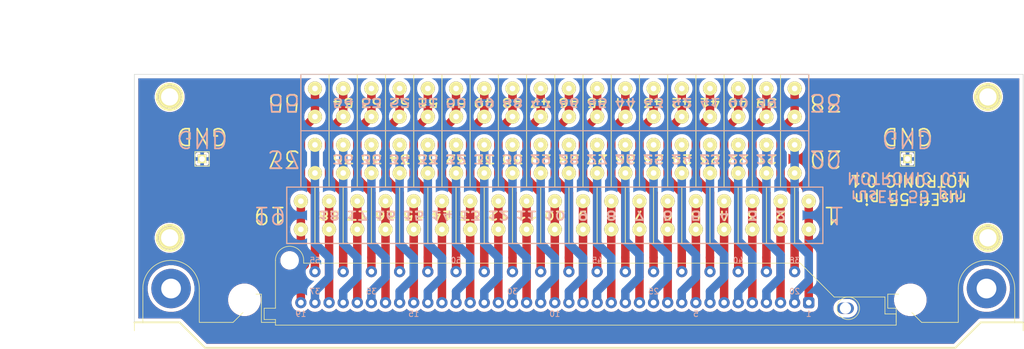
<source format=kicad_pcb>
(kicad_pcb (version 20221018) (generator pcbnew)
  (layers (0 "F.Cu" signal) (31 "B.Cu" signal) (34 "B.Paste" user) (35 "F.Paste" user) (36 "B.SilkS" user "B.Silkscreen") (37 "F.SilkS" user "F.Silkscreen") (38 "B.Mask" user) (39 "F.Mask" user) (44 "Edge.Cuts" user))
  (net 0 "")
  (net 1 "GND")
  (net 2 "N-000001")
  (net 3 "N-0000010")
  (net 4 "N-0000011")
  (net 5 "N-0000012")
  (net 6 "N-0000013")
  (net 7 "N-0000014")
  (net 8 "N-0000015")
  (net 9 "N-0000016")
  (net 10 "N-0000017")
  (net 11 "N-0000018")
  (net 12 "N-0000019")
  (net 13 "N-000002")
  (net 14 "N-0000020")
  (net 15 "N-0000021")
  (net 16 "N-0000022")
  (net 17 "N-0000023")
  (net 18 "N-0000024")
  (net 19 "N-0000025")
  (net 20 "N-0000026")
  (net 21 "N-0000027")
  (net 22 "N-0000028")
  (net 23 "N-0000029")
  (net 24 "N-000003")
  (net 25 "N-0000030")
  (net 26 "N-0000031")
  (net 27 "N-0000032")
  (net 28 "N-0000033")
  (net 29 "N-0000034")
  (net 30 "N-0000035")
  (net 31 "N-0000036")
  (net 32 "N-0000037")
  (net 33 "N-0000038")
  (net 34 "N-0000039")
  (net 35 "N-000004")
  (net 36 "N-0000040")
  (net 37 "N-0000041")
  (net 38 "N-0000042")
  (net 39 "N-0000043")
  (net 40 "N-0000044")
  (net 41 "N-0000046")
  (net 42 "N-0000047")
  (net 43 "N-0000048")
  (net 44 "N-0000049")
  (net 45 "N-000005")
  (net 46 "N-0000050")
  (net 47 "N-0000051")
  (net 48 "N-0000052")
  (net 49 "N-0000053")
  (net 50 "N-0000054")
  (net 51 "N-0000055")
  (net 52 "N-0000056")
  (net 53 "N-000006")
  (net 54 "N-000007")
  (net 55 "N-000008")
  (net 56 "N-000009")
  (footprint "CON18X5" (layer "F.Cu") (at 220 135 180)
    (fp_text reference "P3" hide)
    (fp_text value "CONN_18" hide)
  )
  (footprint "CON18X5" (layer "F.Cu") (at 220 125 180)
    (fp_text reference "P4" hide)
    (fp_text value "CONN_18" hide)
  )
  (footprint "rusEFI_Modules:55pin_china_bosch_motronic" (layer "F.Cu") (at 220 168.5 180)
    (fp_text reference "P1" hide)
    (fp_text value "MOTRONIC" hide)
  )
  (footprint "1pin" (layer "F.Cu") (at 151.75 149)
    (fp_text reference "1PIN" hide)
    (fp_text value "P***" hide)
  )
  (footprint "PIN_ARRAY_1" (layer "F.Cu") (at 157.5 135)
    (fp_text reference "P5" hide)
    (fp_text value "CONN_1" hide)
  )
  (footprint "1pin" (layer "F.Cu") (at 296.75 124)
    (fp_text reference "1PIN" hide)
    (fp_text value "P***" hide)
  )
  (footprint "1pin" (layer "F.Cu") (at 296.75 149)
    (fp_text reference "1PIN" hide)
    (fp_text value "P***" hide)
  )
  (footprint "1pin" (layer "F.Cu") (at 151.75 124)
    (fp_text reference "1PIN" hide)
    (fp_text value "P***" hide)
  )
  (footprint "CON19X5" (layer "F.Cu") (at 220 145 180)
    (fp_text reference "P2" hide)
    (fp_text value "CONN_19" hide)
  )
  (footprint "PIN_ARRAY_1" (layer "F.Cu") (at 282.5 135)
    (fp_text reference "P6" hide)
    (fp_text value "CONN_1" hide)
  )
  (gr_line (start 265 140) (end 265 130) (stroke (width 0.2)) (layer "B.SilkS"))
  (gr_line (start 175 120) (end 265 120) (stroke (width 0.2)) (layer "B.SilkS"))
  (gr_line (start 172.5 140) (end 267.5 140) (stroke (width 0.2)) (layer "B.SilkS"))
  (gr_line (start 265 120) (end 265 130) (stroke (width 0.2)) (layer "B.SilkS"))
  (gr_line (start 267.5 150) (end 172.5 150) (stroke (width 0.2)) (layer "B.SilkS"))
  (gr_line (start 267.5 140) (end 267.5 150) (stroke (width 0.2)) (layer "B.SilkS"))
  (gr_line (start 172.5 150) (end 172.5 140) (stroke (width 0.2)) (layer "B.SilkS"))
  (gr_line (start 175 130) (end 175 120) (stroke (width 0.2)) (layer "B.SilkS"))
  (gr_line (start 175 130) (end 175 140) (stroke (width 0.2)) (layer "B.SilkS"))
  (gr_line (start 265 130) (end 175 130) (stroke (width 0.2)) (layer "B.SilkS"))
  (gr_line (start 153.5 164) (end 145.5 164) (stroke (width 0.1)) (layer "Edge.Cuts"))
  (gr_line (start 295.5 164) (end 303 164) (stroke (width 0.1)) (layer "Edge.Cuts"))
  (gr_line (start 291 168.5) (end 295.5 164) (stroke (width 0.1)) (layer "Edge.Cuts"))
  (gr_line (start 158 168.5) (end 153.5 164) (stroke (width 0.1)) (layer "Edge.Cuts"))
  (gr_line (start 145.5 120) (end 303 120) (stroke (width 0.1)) (layer "Edge.Cuts"))
  (gr_line (start 158 168.5) (end 291 168.5) (stroke (width 0.1)) (layer "Edge.Cuts"))
  (gr_line (start 145.5 120) (end 145.5 164) (stroke (width 0.1)) (layer "Edge.Cuts"))
  (gr_line (start 303 164) (end 303 120) (stroke (width 0.1)) (layer "Edge.Cuts"))
  (gr_text "20\n" (at 268 135 180) (layer "B.SilkS") (effects (font (size 3 3) (thickness 0.3)) (justify mirror)))
  (gr_text "12" (at 210 145 180) (layer "B.SilkS") (effects (font (size 1.5 2) (thickness 0.3)) (justify mirror)))
  (gr_text "8" (at 230 145 180) (layer "B.SilkS") (effects (font (size 1.5 2) (thickness 0.3)) (justify mirror)))
  (gr_text "2" (at 260 145 180) (layer "B.SilkS") (effects (font (size 1.5 2) (thickness 0.3)) (justify mirror)))
  (gr_text "8" (at 230 145 180) (layer "B.SilkS") (effects (font (size 1.5 2) (thickness 0.3)) (justify mirror)))
  (gr_text "9" (at 225 145 180) (layer "B.SilkS") (effects (font (size 1.5 2) (thickness 0.3)) (justify mirror)))
  (gr_text "4" (at 250 145 180) (layer "B.SilkS") (effects (font (size 1.5 2) (thickness 0.3)) (justify mirror)))
  (gr_text "3" (at 255 145 180) (layer "B.SilkS") (effects (font (size 1.5 2) (thickness 0.3)) (justify mirror)))
  (gr_text "15" (at 195 145 180) (layer "B.SilkS") (effects (font (size 1.5 2) (thickness 0.3)) (justify mirror)))
  (gr_text "6" (at 240 145 180) (layer "B.SilkS") (effects (font (size 1.5 2) (thickness 0.3)) (justify mirror)))
  (gr_text "10" (at 220 145 180) (layer "B.SilkS") (effects (font (size 1.5 2) (thickness 0.3)) (justify mirror)))
  (gr_text "17" (at 185 145 180) (layer "B.SilkS") (effects (font (size 1.5 2) (thickness 0.3)) (justify mirror)))
  (gr_text "13" (at 205 145 180) (layer "B.SilkS") (effects (font (size 1.5 2) (thickness 0.3)) (justify mirror)))
  (gr_text "14" (at 200 145 180) (layer "B.SilkS") (effects (font (size 1.5 2) (thickness 0.3)) (justify mirror)))
  (gr_text "5" (at 245 145 180) (layer "B.SilkS") (effects (font (size 1.5 2) (thickness 0.3)) (justify mirror)))
  (gr_text "18" (at 180 145 180) (layer "B.SilkS") (effects (font (size 1.5 2) (thickness 0.3)) (justify mirror)))
  (gr_text "7" (at 235 145 180) (layer "B.SilkS") (effects (font (size 1.5 2) (thickness 0.3)) (justify mirror)))
  (gr_text "16" (at 190 145 180) (layer "B.SilkS") (effects (font (size 1.5 2) (thickness 0.3)) (justify mirror)))
  (gr_text "11" (at 215 145 180) (layer "B.SilkS") (effects (font (size 1.5 2) (thickness 0.3)) (justify mirror)))
  (gr_text "29" (at 217.5 135 180) (layer "B.SilkS") (effects (font (size 1.5 2) (thickness 0.3)) (justify mirror)))
  (gr_text "32" (at 202.5 135 180) (layer "B.SilkS") (effects (font (size 1.5 2) (thickness 0.3)) (justify mirror)))
  (gr_text "25" (at 237.5 135 180) (layer "B.SilkS") (effects (font (size 1.5 2) (thickness 0.3)) (justify mirror)))
  (gr_text "23" (at 247.5 135 180) (layer "B.SilkS") (effects (font (size 1.5 2) (thickness 0.3)) (justify mirror)))
  (gr_text "27" (at 227.5 135 180) (layer "B.SilkS") (effects (font (size 1.5 2) (thickness 0.3)) (justify mirror)))
  (gr_text "35" (at 187.5 135 180) (layer "B.SilkS") (effects (font (size 1.5 2) (thickness 0.3)) (justify mirror)))
  (gr_text "34" (at 192.5 135 180) (layer "B.SilkS") (effects (font (size 1.5 2) (thickness 0.3)) (justify mirror)))
  (gr_text "31" (at 207.5 135 180) (layer "B.SilkS") (effects (font (size 1.5 2) (thickness 0.3)) (justify mirror)))
  (gr_text "22" (at 252.5 135 180) (layer "B.SilkS") (effects (font (size 1.5 2) (thickness 0.3)) (justify mirror)))
  (gr_text "24" (at 242.5 135 180) (layer "B.SilkS") (effects (font (size 1.5 2) (thickness 0.3)) (justify mirror)))
  (gr_text "28" (at 222.5 135 180) (layer "B.SilkS") (effects (font (size 1.5 2) (thickness 0.3)) (justify mirror)))
  (gr_text "26" (at 232.5 135 180) (layer "B.SilkS") (effects (font (size 1.5 2) (thickness 0.3)) (justify mirror)))
  (gr_text "21" (at 257.5 135 180) (layer "B.SilkS") (effects (font (size 1.5 2) (thickness 0.3)) (justify mirror)))
  (gr_text "36" (at 182.5 135 180) (layer "B.SilkS") (effects (font (size 1.5 2) (thickness 0.3)) (justify mirror)))
  (gr_text "33" (at 197.5 135 180) (layer "B.SilkS") (effects (font (size 1.5 2) (thickness 0.3)) (justify mirror)))
  (gr_text "30" (at 212.5 135 180) (layer "B.SilkS") (effects (font (size 1.5 2) (thickness 0.3)) (justify mirror)))
  (gr_text "40" (at 252.5 125 180) (layer "B.SilkS") (effects (font (size 1.5 2) (thickness 0.3)) (justify mirror)))
  (gr_text "42" (at 242.5 125 180) (layer "B.SilkS") (effects (font (size 1.5 2) (thickness 0.3)) (justify mirror)))
  (gr_text "43" (at 237.5 125 180) (layer "B.SilkS") (effects (font (size 1.5 2) (thickness 0.3)) (justify mirror)))
  (gr_text "47" (at 217.5 125 180) (layer "B.SilkS") (effects (font (size 1.5 2) (thickness 0.3)) (justify mirror)))
  (gr_text "53" (at 187.5 125 180) (layer "B.SilkS") (effects (font (size 1.5 2) (thickness 0.3)) (justify mirror)))
  (gr_text "49" (at 207.5 125 180) (layer "B.SilkS") (effects (font (size 1.5 2) (thickness 0.3)) (justify mirror)))
  (gr_text "46" (at 222.5 125 180) (layer "B.SilkS") (effects (font (size 1.5 2) (thickness 0.3)) (justify mirror)))
  (gr_text "52" (at 192.5 125 180) (layer "B.SilkS") (effects (font (size 1.5 2) (thickness 0.3)) (justify mirror)))
  (gr_text "54" (at 182.5 125 180) (layer "B.SilkS") (effects (font (size 1.5 2) (thickness 0.3)) (justify mirror)))
  (gr_text "39" (at 257.5 125 180) (layer "B.SilkS") (effects (font (size 1.5 2) (thickness 0.3)) (justify mirror)))
  (gr_text "41" (at 247.5 125 180) (layer "B.SilkS") (effects (font (size 1.5 2) (thickness 0.3)) (justify mirror)))
  (gr_text "48" (at 212.5 125 180) (layer "B.SilkS") (effects (font (size 1.5 2) (thickness 0.3)) (justify mirror)))
  (gr_text "51" (at 197.5 125 180) (layer "B.SilkS") (effects (font (size 1.5 2) (thickness 0.3)) (justify mirror)))
  (gr_text "50" (at 202.5 125 180) (layer "B.SilkS") (effects (font (size 1.5 2) (thickness 0.3)) (justify mirror)))
  (gr_text "44" (at 232.5 125 180) (layer "B.SilkS") (effects (font (size 1.5 2) (thickness 0.3)) (justify mirror)))
  (gr_text "45" (at 227.5 125 180) (layer "B.SilkS") (effects (font (size 1.5 2) (thickness 0.3)) (justify mirror)))
  (gr_text "38\n" (at 268 125 180) (layer "B.SilkS") (effects (font (size 3 3) (thickness 0.3)) (justify mirror)))
  (gr_text "1" (at 270 145 180) (layer "B.SilkS") (effects (font (size 3 3) (thickness 0.3)) (justify mirror)))
  (gr_text "GND" (at 282.5 131.5 180) (layer "B.SilkS") (effects (font (size 3 3) (thickness 0.3)) (justify mirror)))
  (gr_text "GND" (at 157.5 131.5 180) (layer "B.SilkS") (effects (font (size 3 3) (thickness 0.3)) (justify mirror)))
  (gr_text "rusEfi 55 pin\nMOTRONIC 0.1" (at 282.448 140 180) (layer "B.SilkS") (effects (font (size 2 2) (thickness 0.3)) (justify mirror)))
  (gr_text "19\n" (at 169.5 145 180) (layer "B.SilkS") (effects (font (size 3 3) (thickness 0.3)) (justify mirror)))
  (gr_text "37" (at 172 135 180) (layer "B.SilkS") (effects (font (size 3 3) (thickness 0.3)) (justify mirror)))
  (gr_text "55" (at 172 125 180) (layer "B.SilkS") (effects (font (size 3 3) (thickness 0.3)) (justify mirror)))
  (gr_text "8" (at 230 145 180) (layer "F.SilkS") (effects (font (size 1.5 2) (thickness 0.3))))
  (gr_text "2" (at 260 145 180) (layer "F.SilkS") (effects (font (size 1.5 2) (thickness 0.3))))
  (gr_text "3" (at 255 145 180) (layer "F.SilkS") (effects (font (size 1.5 2) (thickness 0.3))))
  (gr_text "4" (at 250 145 180) (layer "F.SilkS") (effects (font (size 1.5 2) (thickness 0.3))))
  (gr_text "5" (at 245 145 180) (layer "F.SilkS") (effects (font (size 1.5 2) (thickness 0.3))))
  (gr_text "6" (at 240 145 180) (layer "F.SilkS") (effects (font (size 1.5 2) (thickness 0.3))))
  (gr_text "7" (at 235 145 180) (layer "F.SilkS") (effects (font (size 1.5 2) (thickness 0.3))))
  (gr_text "8" (at 230 145 180) (layer "F.SilkS") (effects (font (size 1.5 2) (thickness 0.3))))
  (gr_text "9" (at 225 145 180) (layer "F.SilkS") (effects (font (size 1.5 2) (thickness 0.3))))
  (gr_text "10" (at 220 145 180) (layer "F.SilkS") (effects (font (size 1.5 2) (thickness 0.3))))
  (gr_text "11" (at 215 145 180) (layer "F.SilkS") (effects (font (size 1.5 2) (thickness 0.3))))
  (gr_text "12" (at 210 145 180) (layer "F.SilkS") (effects (font (size 1.5 2) (thickness 0.3))))
  (gr_text "13" (at 205 145 180) (layer "F.SilkS") (effects (font (size 1.5 2) (thickness 0.3))))
  (gr_text "14" (at 200 145 180) (layer "F.SilkS") (effects (font (size 1.5 2) (thickness 0.3))))
  (gr_text "15" (at 195 145 180) (layer "F.SilkS") (effects (font (size 1.5 2) (thickness 0.3))))
  (gr_text "16" (at 190 145 180) (layer "F.SilkS") (effects (font (size 1.5 2) (thickness 0.3))))
  (gr_text "17" (at 185 145 180) (layer "F.SilkS") (effects (font (size 1.5 2) (thickness 0.3))))
  (gr_text "18" (at 180 145 180) (layer "F.SilkS") (effects (font (size 1.5 2) (thickness 0.3))))
  (gr_text "21" (at 257.5 135 180) (layer "F.SilkS") (effects (font (size 1.5 2) (thickness 0.3))))
  (gr_text "22" (at 252.5 135 180) (layer "F.SilkS") (effects (font (size 1.5 2) (thickness 0.3))))
  (gr_text "23" (at 247.5 135 180) (layer "F.SilkS") (effects (font (size 1.5 2) (thickness 0.3))))
  (gr_text "24" (at 242.5 135 180) (layer "F.SilkS") (effects (font (size 1.5 2) (thickness 0.3))))
  (gr_text "25" (at 237.5 135 180) (layer "F.SilkS") (effects (font (size 1.5 2) (thickness 0.3))))
  (gr_text "26" (at 232.5 135 180) (layer "F.SilkS") (effects (font (size 1.5 2) (thickness 0.3))))
  (gr_text "27" (at 227.5 135 180) (layer "F.SilkS") (effects (font (size 1.5 2) (thickness 0.3))))
  (gr_text "28" (at 222.5 135 180) (layer "F.SilkS") (effects (font (size 1.5 2) (thickness 0.3))))
  (gr_text "29" (at 217.5 135 180) (layer "F.SilkS") (effects (font (size 1.5 2) (thickness 0.3))))
  (gr_text "30" (at 212.5 135 180) (layer "F.SilkS") (effects (font (size 1.5 2) (thickness 0.3))))
  (gr_text "31" (at 207.5 135 180) (layer "F.SilkS") (effects (font (size 1.5 2) (thickness 0.3))))
  (gr_text "32" (at 202.5 135 180) (layer "F.SilkS") (effects (font (size 1.5 2) (thickness 0.3))))
  (gr_text "33" (at 197.5 135 180) (layer "F.SilkS") (effects (font (size 1.5 2) (thickness 0.3))))
  (gr_text "34" (at 192.5 135 180) (layer "F.SilkS") (effects (font (size 1.5 2) (thickness 0.3))))
  (gr_text "35" (at 187.5 135 180) (layer "F.SilkS") (effects (font (size 1.5 2) (thickness 0.3))))
  (gr_text "36" (at 182.5 135 180) (layer "F.SilkS") (effects (font (size 1.5 2) (thickness 0.3))))
  (gr_text "39" (at 257.5 125 180) (layer "F.SilkS") (effects (font (size 1.5 2) (thickness 0.3))))
  (gr_text "40" (at 252.5 125 180) (layer "F.SilkS") (effects (font (size 1.5 2) (thickness 0.3))))
  (gr_text "41" (at 247.5 125 180) (layer "F.SilkS") (effects (font (size 1.5 2) (thickness 0.3))))
  (gr_text "42" (at 242.5 125 180) (layer "F.SilkS") (effects (font (size 1.5 2) (thickness 0.3))))
  (gr_text "43" (at 237.5 125 180) (layer "F.SilkS") (effects (font (size 1.5 2) (thickness 0.3))))
  (gr_text "44" (at 232.5 125 180) (layer "F.SilkS") (effects (font (size 1.5 2) (thickness 0.3))))
  (gr_text "45" (at 227.5 125 180) (layer "F.SilkS") (effects (font (size 1.5 2) (thickness 0.3))))
  (gr_text "46" (at 222.5 125 180) (layer "F.SilkS") (effects (font (size 1.5 2) (thickness 0.3))))
  (gr_text "47" (at 217.5 125 180) (layer "F.SilkS") (effects (font (size 1.5 2) (thickness 0.3))))
  (gr_text "48" (at 212.5 125 180) (layer "F.SilkS") (effects (font (size 1.5 2) (thickness 0.3))))
  (gr_text "49" (at 207.5 125 180) (layer "F.SilkS") (effects (font (size 1.5 2) (thickness 0.3))))
  (gr_text "50" (at 202.5 125 180) (layer "F.SilkS") (effects (font (size 1.5 2) (thickness 0.3))))
  (gr_text "51" (at 197.5 125 180) (layer "F.SilkS") (effects (font (size 1.5 2) (thickness 0.3))))
  (gr_text "52" (at 192.5 125 180) (layer "F.SilkS") (effects (font (size 1.5 2) (thickness 0.3))))
  (gr_text "53" (at 187.5 125 180) (layer "F.SilkS") (effects (font (size 1.5 2) (thickness 0.3))))
  (gr_text "54" (at 182.5 125 180) (layer "F.SilkS") (effects (font (size 1.5 2) (thickness 0.3))))
  (gr_text "38\n" (at 268 125 180) (layer "F.SilkS") (effects (font (size 3 3) (thickness 0.3))))
  (gr_text "1" (at 269 145 180) (layer "F.SilkS") (effects (font (size 3 3) (thickness 0.3))))
  (gr_text "13" (at 205 145 180) (layer "F.SilkS") (effects (font (size 1.5 2) (thickness 0.3))))
  (gr_text "rusEfi 55 pin\nMOTRONIC 0.1" (at 283 140.5 180) (layer "F.SilkS") (effects (font (size 2 2) (thickness 0.3))))
  (gr_text "10" (at 220 145 180) (layer "F.SilkS") (effects (font (size 1.5 2) (thickness 0.3))))
  (gr_text "GND" (at 282.5 131 180) (layer "F.SilkS") (effects (font (size 3 3) (thickness 0.3))))
  (gr_text "5" (at 245 145 180) (layer "F.SilkS") (effects (font (size 1.5 2) (thickness 0.3))))
  (gr_text "6" (at 240 145 180) (layer "F.SilkS") (effects (font (size 1.5 2) (thickness 0.3))))
  (gr_text "4" (at 250 145 180) (layer "F.SilkS") (effects (font (size 1.5 2) (thickness 0.3))))
  (gr_text "8" (at 230 145 180) (layer "F.SilkS") (effects (font (size 1.5 2) (thickness 0.3))))
  (gr_text "16" (at 190 145 180) (layer "F.SilkS") (effects (font (size 1.5 2) (thickness 0.3))))
  (gr_text "20\n" (at 268 135 180) (layer "F.SilkS") (effects (font (size 3 3) (thickness 0.3))))
  (gr_text "19\n" (at 169.5 145 180) (layer "F.SilkS") (effects (font (size 3 3) (thickness 0.3))))
  (gr_text "11" (at 215 145 180) (layer "F.SilkS") (effects (font (size 1.5 2) (thickness 0.3))))
  (gr_text "7" (at 235 145 180) (layer "F.SilkS") (effects (font (size 1.5 2) (thickness 0.3))))
  (gr_text "3" (at 255 145 180) (layer "F.SilkS") (effects (font (size 1.5 2) (thickness 0.3))))
  (gr_text "17" (at 185 145 180) (layer "F.SilkS") (effects (font (size 1.5 2) (thickness 0.3))))
  (gr_text "12" (at 210 145 180) (layer "F.SilkS") (effects (font (size 1.5 2) (thickness 0.3))))
  (gr_text "55" (at 172 125 180) (layer "F.SilkS") (effects (font (size 3 3) (thickness 0.3))))
  (gr_text "9" (at 225 145 180) (layer "F.SilkS") (effects (font (size 1.5 2) (thickness 0.3))))
  (gr_text "18" (at 180 145 180) (layer "F.SilkS") (effects (font (size 1.5 2) (thickness 0.3))))
  (gr_text "2" (at 260 145 180) (layer "F.SilkS") (effects (font (size 1.5 2) (thickness 0.3))))
  (gr_text "37" (at 172 135 180) (layer "F.SilkS") (effects (font (size 3 3) (thickness 0.3))))
  (gr_text "8" (at 230 145 180) (layer "F.SilkS") (effects (font (size 1.5 2) (thickness 0.3))))
  (gr_text "14" (at 200 145 180) (layer "F.SilkS") (effects (font (size 1.5 2) (thickness 0.3))))
  (gr_text "15" (at 195 145 180) (layer "F.SilkS") (effects (font (size 1.5 2) (thickness 0.3))))
  (gr_text "GND" (at 157.5 131 180) (layer "F.SilkS") (effects (font (size 3 3) (thickness 0.3))))
  (segment (start 215 147.5) (end 215 142.5) (width 1.5) (layer "F.Cu") (net 2))
  (segment (start 215 160) (end 215 147.5) (width 1.5) (layer "F.Cu") (net 2))
  (segment (start 225 147.5) (end 225 142.5) (width 1.5) (layer "F.Cu") (net 3))
  (segment (start 225 160) (end 225 147.5) (width 1.5) (layer "F.Cu") (net 3))
  (segment (start 220 147.5) (end 220 142.5) (width 1.5) (layer "F.Cu") (net 4))
  (segment (start 220 160) (end 220 147.5) (width 1.5) (layer "F.Cu") (net 4))
  (segment (start 177.5 141) (end 175 138.5) (width 1.5) (layer "F.Cu") (net 5))
  (segment (start 175 138.5) (end 175 130) (width 1.5) (layer "F.Cu") (net 5))
  (segment (start 175 130) (end 177.5 127.5) (width 1.5) (layer "F.Cu") (net 5))
  (segment (start 177.5 127.5) (end 177.5 122.5) (width 1.5) (layer "F.Cu") (net 5))
  (segment (start 177.5 152.5) (end 177.5 155) (width 1.5) (layer "F.Cu") (net 5))
  (segment (start 177.5 152.5) (end 177.5 141) (width 1.5) (layer "F.Cu") (net 5))
  (segment (start 210 147.5) (end 210 142.5) (width 1.5) (layer "F.Cu") (net 6))
  (segment (start 210 160) (end 210 147.5) (width 1.5) (layer "F.Cu") (net 6))
  (segment (start 205 147.5) (end 205 142.5) (width 1.5) (layer "F.Cu") (net 7))
  (segment (start 205 160) (end 205 147.5) (width 1.5) (layer "F.Cu") (net 7))
  (segment (start 200 147.5) (end 200 142.5) (width 1.5) (layer "F.Cu") (net 8))
  (segment (start 200 160) (end 200 147.5) (width 1.5) (layer "F.Cu") (net 8))
  (segment (start 195 147.5) (end 195 142.5) (width 1.5) (layer "F.Cu") (net 9))
  (segment (start 195 160) (end 195 147.5) (width 1.5) (layer "F.Cu") (net 9))
  (segment (start 190 147.5) (end 190 142.5) (width 1.5) (layer "F.Cu") (net 10))
  (segment (start 190 160) (end 190 147.5) (width 1.5) (layer "F.Cu") (net 10))
  (segment (start 185 147.5) (end 185 142.5) (width 1.5) (layer "F.Cu") (net 11))
  (segment (start 185 160) (end 185 147.5) (width 1.5) (layer "F.Cu") (net 11))
  (segment (start 180 147.5) (end 180 142.5) (width 1.5) (layer "F.Cu") (net 12))
  (segment (start 180 160) (end 180 147.5) (width 1.5) (layer "F.Cu") (net 12))
  (segment (start 265 147.5) (end 265 142.5) (width 1.5) (layer "F.Cu") (net 13))
  (segment (start 265 160) (end 265 147.5) (width 1.5) (layer "F.Cu") (net 13))
  (segment (start 175 147.5) (end 175 142.5) (width 1.5) (layer "F.Cu") (net 14))
  (segment (start 175 154.465998) (end 175 160.5) (width 1.5) (layer "F.Cu") (net 14))
  (segment (start 175 151.5) (end 175.69999 152.19999) (width 1.5) (layer "F.Cu") (net 14))
  (segment (start 175.69999 153.766008) (end 175 154.465998) (width 1.5) (layer "F.Cu") (net 14))
  (segment (start 175.69999 152.19999) (end 175.69999 153.766008) (width 1.5) (layer "F.Cu") (net 14))
  (segment (start 175 147.5) (end 175 151.5) (width 1.5) (layer "F.Cu") (net 14))
  (segment (start 265 152) (end 265 156.5) (width 1.5) (layer "B.Cu") (net 15))
  (segment (start 262.5 149.5) (end 265 152) (width 1.5) (layer "B.Cu") (net 15))
  (segment (start 262.5 137.5) (end 262.5 132.5) (width 1.5) (layer "B.Cu") (net 15))
  (segment (start 265 156.5) (end 262.5 159) (width 1.5) (layer "B.Cu") (net 15))
  (segment (start 262.5 137.5) (end 262.5 149.5) (width 1.5) (layer "B.Cu") (net 15))
  (segment (start 262.5 159) (end 262.5 160.5) (width 1.5) (layer "B.Cu") (net 15))
  (segment (start 257.5 137.5) (end 257.5 132.5) (width 1.5) (layer "B.Cu") (net 16))
  (segment (start 260 152) (end 260 156) (width 1.5) (layer "B.Cu") (net 16))
  (segment (start 257.5 158.5) (end 257.5 160.5) (width 1.5) (layer "B.Cu") (net 16))
  (segment (start 257.5 149.5) (end 260 152) (width 1.5) (layer "B.Cu") (net 16))
  (segment (start 260 156) (end 257.5 158.5) (width 1.5) (layer "B.Cu") (net 16))
  (segment (start 257.5 137.5) (end 257.5 149.5) (width 1.5) (layer "B.Cu") (net 16))
  (segment (start 232.5 141) (end 230 138.5) (width 1.5) (layer "F.Cu") (net 17))
  (segment (start 230 138.5) (end 230 130) (width 1.5) (layer "F.Cu") (net 17))
  (segment (start 230 130) (end 232.5 127.5) (width 1.5) (layer "F.Cu") (net 17))
  (segment (start 232.5 152.5) (end 232.5 141) (width 1.5) (layer "F.Cu") (net 17))
  (segment (start 232.5 152.5) (end 232.5 155) (width 1.5) (layer "F.Cu") (net 17))
  (segment (start 232.5 122.5) (end 232.5 127.5) (width 1.5) (layer "F.Cu") (net 17))
  (segment (start 195 156) (end 192.5 158.5) (width 1.5) (layer "B.Cu") (net 18))
  (segment (start 192.5 150) (end 195 152.5) (width 1.5) (layer "B.Cu") (net 18))
  (segment (start 192.5 158.5) (end 192.5 160.5) (width 1.5) (layer "B.Cu") (net 18))
  (segment (start 195 152.5) (end 195 156) (width 1.5) (layer "B.Cu") (net 18))
  (segment (start 192.5 137.5) (end 192.5 132.5) (width 1.5) (layer "B.Cu") (net 18))
  (segment (start 192.5 137.5) (end 192.5 150) (width 1.5) (layer "B.Cu") (net 18))
  (segment (start 187.5 137.5) (end 187.5 150) (width 1.5) (layer "B.Cu") (net 19))
  (segment (start 187.5 158.5) (end 187.5 160.5) (width 1.5) (layer "B.Cu") (net 19))
  (segment (start 187.5 137.5) (end 187.5 132.5) (width 1.5) (layer "B.Cu") (net 19))
  (segment (start 190 152.5) (end 190 156) (width 1.5) (layer "B.Cu") (net 19))
  (segment (start 187.5 150) (end 190 152.5) (width 1.5) (layer "B.Cu") (net 19))
  (segment (start 190 156) (end 187.5 158.5) (width 1.5) (layer "B.Cu") (net 19))
  (segment (start 185 152.5) (end 185 156) (width 1.5) (layer "B.Cu") (net 20))
  (segment (start 182.5 158.5) (end 182.5 160.5) (width 1.5) (layer "B.Cu") (net 20))
  (segment (start 182.5 150) (end 185 152.5) (width 1.5) (layer "B.Cu") (net 20))
  (segment (start 185 156) (end 182.5 158.5) (width 1.5) (layer "B.Cu") (net 20))
  (segment (start 182.5 137.5) (end 182.5 150) (width 1.5) (layer "B.Cu") (net 20))
  (segment (start 182.5 137.5) (end 182.5 132.5) (width 1.5) (layer "B.Cu") (net 20))
  (segment (start 177.5 137.5) (end 177.5 132.5) (width 1.5) (layer "B.Cu") (net 21))
  (segment (start 177.5 137.5) (end 177.5 150) (width 1.5) (layer "B.Cu") (net 21))
  (segment (start 180 156) (end 177.5 158.5) (width 1.5) (layer "B.Cu") (net 21))
  (segment (start 177.5 158.5) (end 177.5 160.5) (width 1.5) (layer "B.Cu") (net 21))
  (segment (start 180 152.5) (end 180 156) (width 1.5) (layer "B.Cu") (net 21))
  (segment (start 177.5 150) (end 180 152.5) (width 1.5) (layer "B.Cu") (net 21))
  (segment (start 260 138.5) (end 262.5 141) (width 1.5) (layer "F.Cu") (net 22))
  (segment (start 260 130) (end 260 138.5) (width 1.5) (layer "F.Cu") (net 22))
  (segment (start 262.5 152.5) (end 262.5 155) (width 1.5) (layer "F.Cu") (net 22))
  (segment (start 262.5 122.5) (end 262.5 127.5) (width 1.5) (layer "F.Cu") (net 22))
  (segment (start 262.5 141) (end 262.5 152.5) (width 1.5) (layer "F.Cu") (net 22))
  (segment (start 262.5 127.5) (end 260 130) (width 1.5) (layer "F.Cu") (net 22))
  (segment (start 257.5 141) (end 255 138.5) (width 1.5) (layer "F.Cu") (net 23))
  (segment (start 255 138.5) (end 255 130) (width 1.5) (layer "F.Cu") (net 23))
  (segment (start 255 130) (end 257.5 127.5) (width 1.5) (layer "F.Cu") (net 23))
  (segment (start 257.5 127.5) (end 257.5 122.5) (width 1.5) (layer "F.Cu") (net 23))
  (segment (start 257.5 152.5) (end 257.5 141) (width 1.5) (layer "F.Cu") (net 23))
  (segment (start 257.5 152.5) (end 257.5 155) (width 1.5) (layer "F.Cu") (net 23))
  (segment (start 260 147.5) (end 260 142.5) (width 1.5) (layer "F.Cu") (net 24))
  (segment (start 260 160) (end 260 147.5) (width 1.5) (layer "F.Cu") (net 24))
  (segment (start 252.5 141) (end 250 138.5) (width 1.5) (layer "F.Cu") (net 25))
  (segment (start 250 138.5) (end 250 130) (width 1.5) (layer "F.Cu") (net 25))
  (segment (start 250 130) (end 252.5 127.5) (width 1.5) (layer "F.Cu") (net 25))
  (segment (start 252.5 127.5) (end 252.5 122.5) (width 1.5) (layer "F.Cu") (net 25))
  (segment (start 252.5 152.5) (end 252.5 155) (width 1.5) (layer "F.Cu") (net 25))
  (segment (start 252.5 152.5) (end 252.5 141) (width 1.5) (layer "F.Cu") (net 25))
  (segment (start 247.5 127.5) (end 247.5 122.5) (width 1.5) (layer "F.Cu") (net 26))
  (segment (start 247.5 152.5) (end 247.5 155) (width 1.5) (layer "F.Cu") (net 26))
  (segment (start 245 138.5) (end 247.5 141) (width 1.5) (layer "F.Cu") (net 26))
  (segment (start 247.5 127.5) (end 245 130) (width 1.5) (layer "F.Cu") (net 26))
  (segment (start 245 130) (end 245 138.5) (width 1.5) (layer "F.Cu") (net 26))
  (segment (start 247.5 141) (end 247.5 152.5) (width 1.5) (layer "F.Cu") (net 26))
  (segment (start 242.5 141) (end 240 138.5) (width 1.5) (layer "F.Cu") (net 27))
  (segment (start 240 138.5) (end 240 130) (width 1.5) (layer "F.Cu") (net 27))
  (segment (start 240 130) (end 242.5 127.5) (width 1.5) (layer "F.Cu") (net 27))
  (segment (start 242.5 127.5) (end 242.5 122.5) (width 1.5) (layer "F.Cu") (net 27))
  (segment (start 242.5 152.5) (end 242.5 155) (width 1.5) (layer "F.Cu") (net 27))
  (segment (start 242.5 152.5) (end 242.5 141) (width 1.5) (layer "F.Cu") (net 27))
  (segment (start 237.5 141) (end 235 138.5) (width 1.5) (layer "F.Cu") (net 28))
  (segment (start 235 138.5) (end 235 130) (width 1.5) (layer "F.Cu") (net 28))
  (segment (start 235 130) (end 237.5 127.5) (width 1.5) (layer "F.Cu") (net 28))
  (segment (start 237.5 127.5) (end 237.5 122.5) (width 1.5) (layer "F.Cu") (net 28))
  (segment (start 237.5 152.5) (end 237.5 141) (width 1.5) (layer "F.Cu") (net 28))
  (segment (start 237.5 152.5) (end 237.5 155) (width 1.5) (layer "F.Cu") (net 28))
  (segment (start 252.5 158.5) (end 252.5 160.5) (width 1.5) (layer "B.Cu") (net 29))
  (segment (start 255 156) (end 252.5 158.5) (width 1.5) (layer "B.Cu") (net 29))
  (segment (start 252.5 137.5) (end 252.5 149.5) (width 1.5) (layer "B.Cu") (net 29))
  (segment (start 255 152) (end 255 156) (width 1.5) (layer "B.Cu") (net 29))
  (segment (start 252.5 149.5) (end 255 152) (width 1.5) (layer "B.Cu") (net 29))
  (segment (start 252.5 137.5) (end 252.5 132.5) (width 1.5) (layer "B.Cu") (net 29))
  (segment (start 227.5 141) (end 225 138.5) (width 1.5) (layer "F.Cu") (net 30))
  (segment (start 225 138.5) (end 225 130) (width 1.5) (layer "F.Cu") (net 30))
  (segment (start 225 130) (end 227.5 127.5) (width 1.5) (layer "F.Cu") (net 30))
  (segment (start 227.5 127.5) (end 227.5 122.5) (width 1.5) (layer "F.Cu") (net 30))
  (segment (start 227.5 152.5) (end 227.5 155) (width 1.5) (layer "F.Cu") (net 30))
  (segment (start 227.5 152.5) (end 227.5 141) (width 1.5) (layer "F.Cu") (net 30))
  (segment (start 222.5 141) (end 220 138.5) (width 1.5) (layer "F.Cu") (net 31))
  (segment (start 220 138.5) (end 220 130) (width 1.5) (layer "F.Cu") (net 31))
  (segment (start 220 130) (end 222.5 127.5) (width 1.5) (layer "F.Cu") (net 31))
  (segment (start 222.5 127.5) (end 222.5 122.5) (width 1.5) (layer "F.Cu") (net 31))
  (segment (start 222.5 152.5) (end 222.5 141) (width 1.5) (layer "F.Cu") (net 31))
  (segment (start 222.5 152.5) (end 222.5 155) (width 1.5) (layer "F.Cu") (net 31))
  (segment (start 217.5 141) (end 215 138.5) (width 1.5) (layer "F.Cu") (net 32))
  (segment (start 215 138.5) (end 215 130) (width 1.5) (layer "F.Cu") (net 32))
  (segment (start 215 130) (end 217.5 127.5) (width 1.5) (layer "F.Cu") (net 32))
  (segment (start 217.5 127.5) (end 217.5 122.5) (width 1.5) (layer "F.Cu") (net 32))
  (segment (start 217.5 152.5) (end 217.5 141) (width 1.5) (layer "F.Cu") (net 32))
  (segment (start 217.5 152.5) (end 217.5 155) (width 1.5) (layer "F.Cu") (net 32))
  (segment (start 212.5 141) (end 210 138.5) (width 1.5) (layer "F.Cu") (net 33))
  (segment (start 210 138.5) (end 210 130) (width 1.5) (layer "F.Cu") (net 33))
  (segment (start 210 130) (end 212.5 127.5) (width 1.5) (layer "F.Cu") (net 33))
  (segment (start 212.5 127.5) (end 212.5 122.5) (width 1.5) (layer "F.Cu") (net 33))
  (segment (start 212.5 152.5) (end 212.5 141) (width 1.5) (layer "F.Cu") (net 33))
  (segment (start 212.5 152.5) (end 212.5 155) (width 1.5) (layer "F.Cu") (net 33))
  (segment (start 207.5 141) (end 205 138.5) (width 1.5) (layer "F.Cu") (net 34))
  (segment (start 205 138.5) (end 205 130) (width 1.5) (layer "F.Cu") (net 34))
  (segment (start 205 130) (end 207.5 127.5) (width 1.5) (layer "F.Cu") (net 34))
  (segment (start 207.5 127.5) (end 207.5 122.5) (width 1.5) (layer "F.Cu") (net 34))
  (segment (start 207.5 152.5) (end 207.5 141) (width 1.5) (layer "F.Cu") (net 34))
  (segment (start 207.5 152.5) (end 207.5 155) (width 1.5) (layer "F.Cu") (net 34))
  (segment (start 255 147.5) (end 255 142.5) (width 1.5) (layer "F.Cu") (net 35))
  (segment (start 255 160) (end 255 147.5) (width 1.5) (layer "F.Cu") (net 35))
  (segment (start 202.5 141) (end 200 138.5) (width 1.5) (layer "F.Cu") (net 36))
  (segment (start 200 138.5) (end 200 130) (width 1.5) (layer "F.Cu") (net 36))
  (segment (start 200 130) (end 202.5 127.5) (width 1.5) (layer "F.Cu") (net 36))
  (segment (start 202.5 127.5) (end 202.5 122.5) (width 1.5) (layer "F.Cu") (net 36))
  (segment (start 202.5 152.5) (end 202.5 141) (width 1.5) (layer "F.Cu") (net 36))
  (segment (start 202.5 152.5) (end 202.5 155) (width 1.5) (layer "F.Cu") (net 36))
  (segment (start 197.5 141) (end 195 138.5) (width 1.5) (layer "F.Cu") (net 37))
  (segment (start 195 138.5) (end 195 130) (width 1.5) (layer "F.Cu") (net 37))
  (segment (start 195 130) (end 197.5 127.5) (width 1.5) (layer "F.Cu") (net 37))
  (segment (start 197.5 127.5) (end 197.5 122.5) (width 1.5) (layer "F.Cu") (net 37))
  (segment (start 197.5 152.5) (end 197.5 141) (width 1.5) (layer "F.Cu") (net 37))
  (segment (start 197.5 152.5) (end 197.5 155) (width 1.5) (layer "F.Cu") (net 37))
  (segment (start 192.5 127.5) (end 192.5 122.5) (width 1.5) (layer "F.Cu") (net 38))
  (segment (start 192.5 127.5) (end 190 130) (width 1.5) (layer "F.Cu") (net 38))
  (segment (start 192.5 153.5) (end 192.5 155) (width 1.5) (layer "F.Cu") (net 38))
  (segment (start 190 138.5) (end 192.5 141) (width 1.5) (layer "F.Cu") (net 38))
  (segment (start 192.5 141) (end 192.5 153.5) (width 1.5) (layer "F.Cu") (net 38))
  (segment (start 190 130) (end 190 138.5) (width 1.5) (layer "F.Cu") (net 38))
  (segment (start 187.5 141) (end 185 138.5) (width 1.5) (layer "F.Cu") (net 39))
  (segment (start 185 138.5) (end 185 130) (width 1.5) (layer "F.Cu") (net 39))
  (segment (start 185 130) (end 187.5 127.5) (width 1.5) (layer "F.Cu") (net 39))
  (segment (start 187.5 127.5) (end 187.5 122.5) (width 1.5) (layer "F.Cu") (net 39))
  (segment (start 187.5 152.5) (end 187.5 141) (width 1.5) (layer "F.Cu") (net 39))
  (segment (start 187.5 152.5) (end 187.5 155) (width 1.5) (layer "F.Cu") (net 39))
  (segment (start 182.5 141) (end 180 138.5) (width 1.5) (layer "F.Cu") (net 40))
  (segment (start 180 138.5) (end 180 130) (width 1.5) (layer "F.Cu") (net 40))
  (segment (start 180 130) (end 182.5 127.5) (width 1.5) (layer "F.Cu") (net 40))
  (segment (start 182.5 127.5) (end 182.5 122.5) (width 1.5) (layer "F.Cu") (net 40))
  (segment (start 182.5 152.5) (end 182.5 155) (width 1.5) (layer "F.Cu") (net 40))
  (segment (start 182.5 152.5) (end 182.5 141) (width 1.5) (layer "F.Cu") (net 40))
  (segment (start 197.5 137.5) (end 197.5 132.5) (width 1.5) (layer "B.Cu") (net 41))
  (segment (start 197.5 158.5) (end 197.5 160.5) (width 1.5) (layer "B.Cu") (net 41))
  (segment (start 197.5 137.5) (end 197.5 150) (width 1.5) (layer "B.Cu") (net 41))
  (segment (start 197.5 150) (end 200 152.5) (width 1.5) (layer "B.Cu") (net 41))
  (segment (start 200 156) (end 197.5 158.5) (width 1.5) (layer "B.Cu") (net 41))
  (segment (start 200 152.5) (end 200 156) (width 1.5) (layer "B.Cu") (net 41))
  (segment (start 250 156) (end 247.5 158.5) (width 1.5) (layer "B.Cu") (net 42))
  (segment (start 247.5 137.5) (end 247.5 149.5) (width 1.5) (layer "B.Cu") (net 42))
  (segment (start 247.5 158.5) (end 247.5 160.5) (width 1.5) (layer "B.Cu") (net 42))
  (segment (start 247.5 149.5) (end 250 152) (width 1.5) (layer "B.Cu") (net 42))
  (segment (start 247.5 137.5) (end 247.5 132.5) (width 1.5) (layer "B.Cu") (net 42))
  (segment (start 250 152) (end 250 156) (width 1.5) (layer "B.Cu") (net 42))
  (segment (start 242.5 137.5) (end 242.5 149.5) (width 1.5) (layer "B.Cu") (net 43))
  (segment (start 242.5 137.5) (end 242.5 132.5) (width 1.5) (layer "B.Cu") (net 43))
  (segment (start 245 156) (end 242.5 158.5) (width 1.5) (layer "B.Cu") (net 43))
  (segment (start 245 152) (end 245 156) (width 1.5) (layer "B.Cu") (net 43))
  (segment (start 242.5 158.5) (end 242.5 160.5) (width 1.5) (layer "B.Cu") (net 43))
  (segment (start 242.5 149.5) (end 245 152) (width 1.5) (layer "B.Cu") (net 43))
  (segment (start 240 156) (end 237.5 158.5) (width 1.5) (layer "B.Cu") (net 44))
  (segment (start 237.5 149.5) (end 240 152) (width 1.5) (layer "B.Cu") (net 44))
  (segment (start 237.5 158.5) (end 237.5 160.5) (width 1.5) (layer "B.Cu") (net 44))
  (segment (start 237.5 137.5) (end 237.5 149.5) (width 1.5) (layer "B.Cu") (net 44))
  (segment (start 240 152) (end 240 156) (width 1.5) (layer "B.Cu") (net 44))
  (segment (start 237.5 132.5) (end 237.5 137.5) (width 1.5) (layer "B.Cu") (net 44))
  (segment (start 250 147.5) (end 250 142.5) (width 1.5) (layer "F.Cu") (net 45))
  (segment (start 250 160) (end 250 147.5) (width 1.5) (layer "F.Cu") (net 45))
  (segment (start 232.5 149.5) (end 235 152) (width 1.5) (layer "B.Cu") (net 46))
  (segment (start 235 152) (end 235 156) (width 1.5) (layer "B.Cu") (net 46))
  (segment (start 235 156) (end 232.5 158.5) (width 1.5) (layer "B.Cu") (net 46))
  (segment (start 232.5 137.5) (end 232.5 132.5) (width 1.5) (layer "B.Cu") (net 46))
  (segment (start 232.5 137.5) (end 232.5 149.5) (width 1.5) (layer "B.Cu") (net 46))
  (segment (start 232.5 158.5) (end 232.5 160.5) (width 1.5) (layer "B.Cu") (net 46))
  (segment (start 230 156) (end 227.5 158.5) (width 1.5) (layer "B.Cu") (net 47))
  (segment (start 227.5 137.5) (end 227.5 150) (width 1.5) (layer "B.Cu") (net 47))
  (segment (start 227.5 158.5) (end 227.5 160.5) (width 1.5) (layer "B.Cu") (net 47))
  (segment (start 230 152.5) (end 230 156) (width 1.5) (layer "B.Cu") (net 47))
  (segment (start 227.5 150) (end 230 152.5) (width 1.5) (layer "B.Cu") (net 47))
  (segment (start 227.5 132.5) (end 227.5 137.5) (width 1.5) (layer "B.Cu") (net 47))
  (segment (start 222.5 137.5) (end 222.5 132.5) (width 1.5) (layer "B.Cu") (net 48))
  (segment (start 225 152.5) (end 225 156) (width 1.5) (layer "B.Cu") (net 48))
  (segment (start 222.5 137.5) (end 222.5 150) (width 1.5) (layer "B.Cu") (net 48))
  (segment (start 222.5 150) (end 225 152.5) (width 1.5) (layer "B.Cu") (net 48))
  (segment (start 222.5 158.5) (end 222.5 160.5) (width 1.5) (layer "B.Cu") (net 48))
  (segment (start 225 156) (end 222.5 158.5) (width 1.5) (layer "B.Cu") (net 48))
  (segment (start 217.5 137.5) (end 217.5 132.5) (width 1.5) (layer "B.Cu") (net 49))
  (segment (start 217.5 137.5) (end 217.5 150) (width 1.5) (layer "B.Cu") (net 49))
  (segment (start 220 156) (end 217.5 158.5) (width 1.5) (layer "B.Cu") (net 49))
  (segment (start 220 152.5) (end 220 156) (width 1.5) (layer "B.Cu") (net 49))
  (segment (start 217.5 158.5) (end 217.5 160.5) (width 1.5) (layer "B.Cu") (net 49))
  (segment (start 217.5 150) (end 220 152.5) (width 1.5) (layer "B.Cu") (net 49))
  (segment (start 212.5 137.5) (end 212.5 132.5) (width 1.5) (layer "B.Cu") (net 50))
  (segment (start 215 156) (end 212.5 158.5) (width 1.5) (layer "B.Cu") (net 50))
  (segment (start 212.5 150) (end 215 152.5) (width 1.5) (layer "B.Cu") (net 50))
  (segment (start 212.5 137.5) (end 212.5 150) (width 1.5) (layer "B.Cu") (net 50))
  (segment (start 212.5 158.5) (end 212.5 160.5) (width 1.5) (layer "B.Cu") (net 50))
  (segment (start 215 152.5) (end 215 156) (width 1.5) (layer "B.Cu") (net 50))
  (segment (start 207.5 150) (end 210 152.5) (width 1.5) (layer "B.Cu") (net 51))
  (segment (start 210 156) (end 207.5 158.5) (width 1.5) (layer "B.Cu") (net 51))
  (segment (start 207.5 137.5) (end 207.5 150) (width 1.5) (layer "B.Cu") (net 51))
  (segment (start 207.5 158.5) (end 207.5 160.5) (width 1.5) (layer "B.Cu") (net 51))
  (segment (start 207.5 137.5) (end 207.5 132.5) (width 1.5) (layer "B.Cu") (net 51))
  (segment (start 210 152.5) (end 210 156) (width 1.5) (layer "B.Cu") (net 51))
  (segment (start 205 156) (end 202.5 158.5) (width 1.5) (layer "B.Cu") (net 52))
  (segment (start 202.5 137.5) (end 202.5 132.5) (width 1.5) (layer "B.Cu") (net 52))
  (segment (start 202.5 158.5) (end 202.5 160.5) (width 1.5) (layer "B.Cu") (net 52))
  (segment (start 202.5 137.5) (end 202.5 150) (width 1.5) (layer "B.Cu") (net 52))
  (segment (start 205 152.5) (end 205 156) (width 1.5) (layer "B.Cu") (net 52))
  (segment (start 202.5 150) (end 205 152.5) (width 1.5) (layer "B.Cu") (net 52))
  (segment (start 245 147.5) (end 245 142.5) (width 1.5) (layer "F.Cu") (net 53))
  (segment (start 245 160) (end 245 147.5) (width 1.5) (layer "F.Cu") (net 53))
  (segment (start 240 147.5) (end 240 142.5) (width 1.5) (layer "F.Cu") (net 54))
  (segment (start 240 160) (end 240 147.5) (width 1.5) (layer "F.Cu") (net 54))
  (segment (start 235 147.5) (end 235 142.5) (width 1.5) (layer "F.Cu") (net 55))
  (segment (start 235 160) (end 235 147.5) (width 1.5) (layer "F.Cu") (net 55))
  (segment (start 230 147.5) (end 230 142.5) (width 1.5) (layer "F.Cu") (net 56))
  (segment (start 230 160) (end 230 147.5) (width 1.5) (layer "F.Cu") (net 56))
  (zone (net 1) (net_name "GND") (layer "F.Cu") (connect_pads (clearance 0.5)) (min_thickness 0.3) (fill yes (thermal_gap 0.254) (thermal_bridge_width 0.9))
    (polygon (pts (xy 303 168.5) (xy 145.5 168.5) (xy 145.5 120) (xy 303 120)))
  )
  (zone (net 1) (net_name "GND") (layer "B.Cu") (connect_pads (clearance 0.5)) (min_thickness 0.3) (fill yes (thermal_gap 0.254) (thermal_bridge_width 0.9))
    (polygon (pts (xy 303 168.5) (xy 145.5 168.5) (xy 145.5 120) (xy 303 120)))
  )
)
</source>
